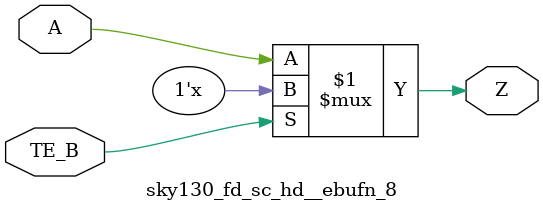
<source format=v>
/*
 * Copyright 2020 The SkyWater PDK Authors
 *
 * Licensed under the Apache License, Version 2.0 (the "License");
 * you may not use this file except in compliance with the License.
 * You may obtain a copy of the License at
 *
 *     https://www.apache.org/licenses/LICENSE-2.0
 *
 * Unless required by applicable law or agreed to in writing, software
 * distributed under the License is distributed on an "AS IS" BASIS,
 * WITHOUT WARRANTIES OR CONDITIONS OF ANY KIND, either express or implied.
 * See the License for the specific language governing permissions and
 * limitations under the License.
 *
 * SPDX-License-Identifier: Apache-2.0
*/


`ifndef SKY130_FD_SC_HD__EBUFN_8_FUNCTIONAL_V
`define SKY130_FD_SC_HD__EBUFN_8_FUNCTIONAL_V

/**
 * ebufn: Tri-state buffer, negative enable.
 *
 * Verilog simulation functional model.
 */

`timescale 1ns / 1ps
`default_nettype none

`celldefine
module sky130_fd_sc_hd__ebufn_8 (
    Z   ,
    A   ,
    TE_B
);

    // Module ports
    output Z   ;
    input  A   ;
    input  TE_B;

    //     Name     Output  Other arguments
    bufif0 bufif00 (Z     , A, TE_B        );

endmodule
`endcelldefine

`default_nettype wire
`endif  // SKY130_FD_SC_HD__EBUFN_8_FUNCTIONAL_V

</source>
